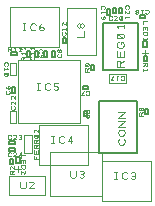
<source format=gbr>
G04 EasyPC Gerber Version 21.0.3 Build 4286 *
G04 #@! TF.Part,Single*
G04 #@! TF.FileFunction,Other,NM-CAM9V022I2C - Top Documentation *
G04 #@! TF.FilePolarity,Positive *
%FSLAX35Y35*%
%MOIN*%
%ADD129C,0.00197*%
%ADD130C,0.00200*%
%ADD106C,0.00300*%
%ADD132C,0.00315*%
%ADD131C,0.00400*%
%ADD24C,0.00500*%
X0Y0D02*
D02*
D24*
X9272Y13850D02*
X10272D01*
Y12050*
X9272*
Y13850*
X9972Y37750D02*
X10972D01*
Y35950*
X9972*
Y37750*
X10784Y17462D02*
Y16462D01*
X8984*
Y17462*
X10784*
Y19762D02*
Y18762D01*
X8984*
Y19762*
X10784*
X11484Y49362D02*
Y48362D01*
X9684*
Y49362*
X11484*
X12484Y12500D02*
X11184D01*
Y14500*
X12484*
Y12500*
X14772Y49750D02*
X15772D01*
Y47950*
X14772*
Y49750*
X17472D02*
X18472D01*
Y47950*
X17472*
Y49750*
X21496Y47950D02*
X20496D01*
Y49750*
X21496*
Y47950*
X23172Y49750D02*
X24172D01*
Y47950*
X23172*
Y49750*
X26772Y54150D02*
X27772D01*
Y52350*
X26772*
Y54150*
X33584Y37238D02*
Y38238D01*
X35384*
Y37238*
X33584*
X34996Y28150D02*
X33996D01*
Y29950*
X34996*
Y28150*
X36072Y45250D02*
X37072D01*
Y43450*
X36072*
Y45250*
X38966Y15944D02*
X51565D01*
Y33267*
X38966*
Y15944*
X42484Y61650D02*
X41484D01*
Y63650*
X42484*
Y61650*
X44596Y62350D02*
X43596D01*
Y64150*
X44596*
Y62350*
X46696D02*
X45696D01*
Y64150*
X46696*
Y62350*
X51987Y43573D02*
X40176D01*
Y59124*
X51987*
Y43573*
X52484Y60638D02*
Y61638D01*
X54284*
Y60638*
X52484*
X54072Y30550D02*
X55072D01*
Y28750*
X54072*
Y30550*
X54796Y46450D02*
X53796D01*
Y48250*
X54796*
Y46450*
X54884Y51200D02*
X53584D01*
Y53200*
X54884*
Y51200*
D02*
D106*
X11934Y9550D02*
Y11550D01*
X12934Y10550D02*
X10934D01*
X12584Y6263D02*
Y4575D01*
X12772Y4200*
X13147Y4013*
X13897*
X14272Y4200*
X14459Y4575*
Y6263*
X17084Y4013D02*
X15584D01*
X16897Y5325*
X17084Y5700*
X16897Y6075*
X16522Y6263*
X15959*
X15584Y6075*
X13547Y56713D02*
X14297D01*
X13922D02*
Y58963D01*
X13547D02*
X14297D01*
X17859Y57087D02*
X17672Y56900D01*
X17297Y56713*
X16734*
X16359Y56900*
X16172Y57087*
X15984Y57463*
Y58213*
X16172Y58587*
X16359Y58775*
X16734Y58963*
X17297*
X17672Y58775*
X17859Y58587*
X18984Y57275D02*
X19172Y57650D01*
X19547Y57837*
X19922*
X20297Y57650*
X20484Y57275*
X20297Y56900*
X19922Y56713*
X19547*
X19172Y56900*
X18984Y57275*
Y57837*
X19172Y58400*
X19547Y58775*
X19922Y58963*
X18347Y36813D02*
X19097D01*
X18722D02*
Y39063D01*
X18347D02*
X19097D01*
X22659Y37187D02*
X22472Y37000D01*
X22097Y36813*
X21534*
X21159Y37000*
X20972Y37187*
X20784Y37563*
Y38313*
X20972Y38687*
X21159Y38875*
X21534Y39063*
X22097*
X22472Y38875*
X22659Y38687*
X23784Y37000D02*
X24159Y36813D01*
X24722*
X25097Y37000*
X25284Y37375*
Y37563*
X25097Y37937*
X24722Y38125*
X23784*
Y39063*
X25284*
X23047Y19113D02*
X23797D01*
X23422D02*
Y21363D01*
X23047D02*
X23797D01*
X27359Y19487D02*
X27172Y19300D01*
X26797Y19113*
X26234*
X25859Y19300*
X25672Y19487*
X25484Y19863*
Y20613*
X25672Y20987*
X25859Y21175*
X26234Y21363*
X26797*
X27172Y21175*
X27359Y20987*
X29422Y19113D02*
Y21363D01*
X28484Y19863*
X29984*
X29284Y9863D02*
Y8175D01*
X29472Y7800*
X29847Y7613*
X30597*
X30972Y7800*
X31159Y8175*
Y9863*
X32472Y7800D02*
X32847Y7613D01*
X33222*
X33597Y7800*
X33784Y8175*
X33597Y8550*
X33222Y8737*
X32847*
X33222D02*
X33597Y8925D01*
X33784Y9300*
X33597Y9675*
X33222Y9863*
X32847*
X32472Y9675*
X31572Y54550D02*
X33822D01*
Y56425*
X32697Y58113D02*
Y58487D01*
X32509Y58863*
X32134Y59050*
X31759Y58863*
X31572Y58487*
Y58113*
X31759Y57737*
X32134Y57550*
X32509Y57737*
X32697Y58113*
X32884Y57737*
X33259Y57550*
X33634Y57737*
X33822Y58113*
Y58487*
X33634Y58863*
X33259Y59050*
X32884Y58863*
X32697Y58487*
X44047Y7113D02*
X44797D01*
X44422D02*
Y9363D01*
X44047D02*
X44797D01*
X48359Y7487D02*
X48172Y7300D01*
X47797Y7113*
X47234*
X46859Y7300*
X46672Y7487*
X46484Y7863*
Y8613*
X46672Y8987*
X46859Y9175*
X47234Y9363*
X47797*
X48172Y9175*
X48359Y8987*
X49672Y7300D02*
X50047Y7113D01*
X50422*
X50797Y7300*
X50984Y7675*
X50797Y8050*
X50422Y8237*
X50047*
X50422D02*
X50797Y8425D01*
X50984Y8800*
X50797Y9175*
X50422Y9363*
X50047*
X49672Y9175*
X47084Y20481D02*
X47271Y20293D01*
X47459Y19919*
Y19356*
X47271Y18981*
X47084Y18793*
X46709Y18606*
X45959*
X45584Y18793*
X45396Y18981*
X45209Y19356*
Y19919*
X45396Y20293*
X45584Y20481*
X46709Y21606D02*
X45959D01*
X45584Y21793*
X45396Y21981*
X45209Y22356*
Y22731*
X45396Y23106*
X45584Y23293*
X45959Y23481*
X46709*
X47084Y23293*
X47271Y23106*
X47459Y22731*
Y22356*
X47271Y21981*
X47084Y21793*
X46709Y21606*
X47459Y24606D02*
X45209D01*
X47459Y26481*
X45209*
X47459Y27606D02*
X45209D01*
X47459Y29481*
X45209*
X54334Y48250D02*
Y50250D01*
X55334Y49250D02*
X53334D01*
D02*
D129*
X9115Y64443D02*
X25454D01*
Y51057*
X9115*
Y64443*
X11851Y46683D02*
X32717D01*
Y25817*
X11851*
Y46683*
X18815Y25243D02*
X35154D01*
Y11857*
X18815*
Y25243*
X28063Y48574D02*
Y64126D01*
X37906*
Y48574*
X28063*
X39815Y13243D02*
X56154D01*
Y-143*
X39815*
Y13243*
D02*
D130*
X7447Y44925D02*
X7334Y45037D01*
X7222Y45263*
Y45600*
X7334Y45825*
X7447Y45937*
X7672Y46050*
X8122*
X8347Y45937*
X8459Y45825*
X8572Y45600*
Y45263*
X8459Y45037*
X8347Y44925*
X7222Y44025D02*
Y43575D01*
Y43800D02*
X8572D01*
X8347Y44025*
X7334Y42337D02*
X7222Y42113D01*
Y41887*
X7334Y41663*
X7559Y41550*
X8234*
X8459Y41663*
X8572Y41887*
Y42113*
X8459Y42337*
X8234Y42450*
X7559*
X7334Y42337*
X8459Y41663*
X8922Y36575D02*
X9034Y36463D01*
X9147Y36237*
Y35900*
X9034Y35675*
X8922Y35563*
X8697Y35450*
X8247*
X8022Y35563*
X7909Y35675*
X7797Y35900*
Y36237*
X7909Y36463*
X8022Y36575*
X8809Y37250D02*
X8584Y37363D01*
X8472Y37587*
Y37813*
X8584Y38037*
X8809Y38150*
X9034Y38037*
X9147Y37813*
Y37587*
X9034Y37363*
X8809Y37250*
X8472*
X8134Y37363*
X7909Y37587*
X7797Y37813*
X10547Y8650D02*
X9197D01*
Y9437*
X9309Y9663*
X9534Y9775*
X9759Y9663*
X9872Y9437*
Y8650*
Y9437D02*
X10547Y9775D01*
Y11350D02*
Y10450D01*
X9759Y11237*
X9534Y11350*
X9309Y11237*
X9197Y11013*
Y10675*
X9309Y10450*
X9609Y20713D02*
X9497Y20600D01*
X9272Y20487*
X8934*
X8709Y20600*
X8597Y20713*
X8484Y20937*
Y21387*
X8597Y21613*
X8709Y21725*
X8934Y21837*
X9272*
X9497Y21725*
X9609Y21613*
X11184Y20487D02*
X10284D01*
X11072Y21275*
X11184Y21500*
X11072Y21725*
X10847Y21837*
X10509*
X10284Y21725*
X12197Y20600D02*
X12422Y20487D01*
X12647*
X12872Y20600*
X12984Y20825*
X12872Y21050*
X12647Y21163*
X12422*
X12647D02*
X12872Y21275D01*
X12984Y21500*
X12872Y21725*
X12647Y21837*
X12422*
X12197Y21725*
X10622Y31375D02*
X10734Y31263D01*
X10847Y31037*
Y30700*
X10734Y30475*
X10622Y30363*
X10397Y30250*
X9947*
X9722Y30363*
X9609Y30475*
X9497Y30700*
Y31037*
X9609Y31263*
X9722Y31375*
X10847Y32950D02*
Y32050D01*
X10059Y32837*
X9834Y32950*
X9609Y32837*
X9497Y32613*
Y32275*
X9609Y32050*
X10847Y34750D02*
Y33850D01*
X10059Y34637*
X9834Y34750*
X9609Y34637*
X9497Y34413*
Y34075*
X9609Y33850*
X8484Y49687D02*
Y51037D01*
X9272*
X9497Y50925*
X9609Y50700*
X9497Y50475*
X9272Y50363*
X8484*
X9272D02*
X9609Y49687D01*
X10509D02*
X10959D01*
X10734D02*
Y51037D01*
X10509Y50813*
X12309Y49687D02*
X12759D01*
X12534D02*
Y51037D01*
X12309Y50813*
X9709Y14913D02*
X9597Y14800D01*
X9372Y14687*
X9034*
X8809Y14800*
X8697Y14913*
X8584Y15137*
Y15587*
X8697Y15813*
X8809Y15925*
X9034Y16037*
X9372*
X9597Y15925*
X9709Y15813*
X11284Y14687D02*
X10384D01*
X11172Y15475*
X11284Y15700*
X11172Y15925*
X10947Y16037*
X10609*
X10384Y15925*
X12747Y14687D02*
Y16037D01*
X12184Y15137*
X13084*
X14372Y15250D02*
X13022D01*
Y14125*
Y13450D02*
X14372D01*
Y12325*
X13697Y12550D02*
Y13450D01*
X13022D02*
Y12325D01*
Y11650D02*
X14372D01*
Y10975*
X14259Y10750*
X14147Y10637*
X13922Y10525*
X13472*
X13247Y10637*
X13134Y10750*
X13022Y10975*
Y11650*
Y8950D02*
Y9850D01*
X13809Y9063*
X14034Y8950*
X14259Y9063*
X14372Y9287*
Y9625*
X14259Y9850*
X14347Y46750D02*
X12997D01*
Y47537*
X13109Y47763*
X13334Y47875*
X13559Y47763*
X13672Y47537*
Y46750*
Y47537D02*
X14347Y47875D01*
Y48775D02*
Y49225D01*
Y49000D02*
X12997D01*
X13222Y48775*
X14347Y51250D02*
Y50350D01*
X13559Y51137*
X13334Y51250*
X13109Y51137*
X12997Y50913*
Y50575*
X13109Y50350*
X17122Y47875D02*
X17234Y47763D01*
X17347Y47537*
Y47200*
X17234Y46975*
X17122Y46863*
X16897Y46750*
X16447*
X16222Y46863*
X16109Y46975*
X15997Y47200*
Y47537*
X16109Y47763*
X16222Y47875*
X17347Y48775D02*
Y49225D01*
Y49000D02*
X15997D01*
X16222Y48775*
X17347Y50575D02*
Y51025D01*
Y50800D02*
X15997D01*
X16222Y50575*
X18947Y49225D02*
X18834Y49337D01*
X18722Y49563*
Y49900*
X18834Y50125*
X18947Y50237*
X19172Y50350*
X19622*
X19847Y50237*
X19959Y50125*
X20072Y49900*
Y49563*
X19959Y49337*
X19847Y49225*
X18722Y48213D02*
X18834Y47987D01*
X19059Y47763*
X19397Y47650*
X19734*
X19959Y47763*
X20072Y47987*
Y48213*
X19959Y48437*
X19734Y48550*
X19509Y48437*
X19397Y48213*
Y47987*
X19509Y47763*
X19734Y47650*
X18547Y13700D02*
X17197D01*
Y14825*
X17872Y14600D02*
Y13700D01*
X18547Y15500D02*
X17197D01*
Y16625*
X17872Y16400D02*
Y15500D01*
X18547D02*
Y16625D01*
Y17300D02*
X17197D01*
Y18087*
X17309Y18313*
X17534Y18425*
X17759Y18313*
X17872Y18087*
Y17300*
Y18087D02*
X18547Y18425D01*
Y19100D02*
X17197D01*
Y19887*
X17309Y20113*
X17534Y20225*
X17759Y20113*
X17872Y19887*
Y19100*
Y19887D02*
X18547Y20225D01*
X18434Y21013D02*
X18547Y21237D01*
Y21463*
X18434Y21687*
X18209Y21800*
X17534*
X17309Y21687*
X17197Y21463*
Y21237*
X17309Y21013*
X17534Y20900*
X18209*
X18434Y21013*
X17309Y21687*
X18547Y23600D02*
Y22700D01*
X17759Y23487*
X17534Y23600*
X17309Y23487*
X17197Y23263*
Y22925*
X17309Y22700*
X26122Y48775D02*
X26234Y48663D01*
X26347Y48437*
Y48100*
X26234Y47875*
X26122Y47763*
X25897Y47650*
X25447*
X25222Y47763*
X25109Y47875*
X24997Y48100*
Y48437*
X25109Y48663*
X25222Y48775*
X25672Y49787D02*
Y50013D01*
X25559Y50237*
X25334Y50350*
X25109Y50237*
X24997Y50013*
Y49787*
X25109Y49563*
X25334Y49450*
X25559Y49563*
X25672Y49787*
X25784Y49563*
X26009Y49450*
X26234Y49563*
X26347Y49787*
Y50013*
X26234Y50237*
X26009Y50350*
X25784Y50237*
X25672Y50013*
X27522Y55975D02*
X27634Y55863D01*
X27747Y55637*
Y55300*
X27634Y55075*
X27522Y54963*
X27297Y54850*
X26847*
X26622Y54963*
X26509Y55075*
X26397Y55300*
Y55637*
X26509Y55863*
X26622Y55975*
X27747Y56875D02*
Y57325D01*
Y57100D02*
X26397D01*
X26622Y56875*
X27747Y59350D02*
Y58450D01*
X26959Y59237*
X26734Y59350*
X26509Y59237*
X26397Y59013*
Y58675*
X26509Y58450*
X34559Y36287D02*
X34672Y36400D01*
X34897Y36513*
X35234*
X35459Y36400*
X35572Y36287*
X35684Y36063*
Y35613*
X35572Y35387*
X35459Y35275*
X35234Y35163*
X34897*
X34672Y35275*
X34559Y35387*
X33884Y36513D02*
X32984Y35163D01*
X33884*
X34333Y30250D02*
X35683D01*
Y29463*
X35571Y29237*
X35346Y29125*
X35121Y29237*
X35009Y29463*
Y30250*
Y29463D02*
X34333Y29125D01*
Y28113D02*
X34446Y27887D01*
X34671Y27663*
X35009Y27550*
X35346*
X35571Y27663*
X35683Y27887*
Y28113*
X35571Y28337*
X35346Y28450*
X35121Y28337*
X35009Y28113*
Y27887*
X35121Y27663*
X35346Y27550*
X35447Y42950D02*
X34097D01*
Y43737*
X34209Y43963*
X34434Y44075*
X34659Y43963*
X34772Y43737*
Y42950*
Y43737D02*
X35447Y44075D01*
X35334Y44863D02*
X35447Y45087D01*
Y45313*
X35334Y45537*
X35109Y45650*
X34434*
X34209Y45537*
X34097Y45313*
Y45087*
X34209Y44863*
X34434Y44750*
X35109*
X35334Y44863*
X34209Y45537*
X39647Y63825D02*
X39534Y63937D01*
X39422Y64163*
Y64500*
X39534Y64725*
X39647Y64837*
X39872Y64950*
X40322*
X40547Y64837*
X40659Y64725*
X40772Y64500*
Y64163*
X40659Y63937*
X40547Y63825*
X39422Y62925D02*
Y62475D01*
Y62700D02*
X40772D01*
X40547Y62925*
X39422Y61013D02*
X39534Y60787D01*
X39759Y60563*
X40097Y60450*
X40434*
X40659Y60563*
X40772Y60787*
Y61013*
X40659Y61237*
X40434Y61350*
X40209Y61237*
X40097Y61013*
Y60787*
X40209Y60563*
X40434Y60450*
X46159Y41287D02*
X46272Y41400D01*
X46497Y41513*
X46834*
X47059Y41400*
X47172Y41287*
X47284Y41063*
Y40613*
X47172Y40387*
X47059Y40275*
X46834Y40163*
X46497*
X46272Y40275*
X46159Y40387*
X45259Y41513D02*
X44809D01*
X45034D02*
Y40163D01*
X45259Y40387*
X43684Y41513D02*
X42784Y40163D01*
X43684*
X43209Y60313D02*
X43097Y60200D01*
X42872Y60087*
X42534*
X42309Y60200*
X42197Y60313*
X42084Y60537*
Y60987*
X42197Y61213*
X42309Y61325*
X42534Y61437*
X42872*
X43097Y61325*
X43209Y61213*
X44784Y60087D02*
X43884D01*
X44672Y60875*
X44784Y61100*
X44672Y61325*
X44447Y61437*
X44109*
X43884Y61325*
X45797Y60200D02*
X46022Y60087D01*
X46247*
X46472Y60200*
X46584Y60425*
Y61100*
X46472Y61325*
X46247Y61437*
X46022*
X45797Y61325*
X45684Y61100*
Y60425*
X45797Y60200*
X46472Y61325*
X47747Y63925D02*
X47634Y64037D01*
X47522Y64263*
Y64600*
X47634Y64825*
X47747Y64937*
X47972Y65050*
X48422*
X48647Y64937*
X48759Y64825*
X48872Y64600*
Y64263*
X48759Y64037*
X48647Y63925*
X47522Y62350D02*
Y63250D01*
X48309Y62463*
X48534Y62350*
X48759Y62463*
X48872Y62687*
Y63025*
X48759Y63250*
X47522Y61225D02*
Y60775D01*
Y61000D02*
X48872D01*
X48647Y61225*
X54359Y63387D02*
X54472Y63500D01*
X54697Y63613*
X55034*
X55259Y63500*
X55372Y63387*
X55484Y63163*
Y62713*
X55372Y62487*
X55259Y62375*
X55034Y62263*
X54697*
X54472Y62375*
X54359Y62487*
X53459Y63613D02*
X53009D01*
X53234D02*
Y62263D01*
X53459Y62487*
X51547Y62937D02*
X51322D01*
X51097Y62825*
X50984Y62600*
X51097Y62375*
X51322Y62263*
X51547*
X51772Y62375*
X51884Y62600*
X51772Y62825*
X51547Y62937*
X51772Y63050*
X51884Y63275*
X51772Y63500*
X51547Y63613*
X51322*
X51097Y63500*
X50984Y63275*
X51097Y63050*
X51322Y62937*
X53622Y45750D02*
X54972D01*
Y44963*
X54859Y44737*
X54634Y44625*
X54409Y44737*
X54297Y44963*
Y45750*
Y44963D02*
X53622Y44625D01*
Y43725D02*
Y43275D01*
Y43500D02*
X54972D01*
X54747Y43725*
X54972Y59750D02*
X53622D01*
Y58625*
Y57950D02*
X54972D01*
Y56825*
X54297Y57050D02*
Y57950D01*
X53622D02*
Y56825D01*
Y56150D02*
X54972D01*
Y55475*
X54859Y55250*
X54747Y55137*
X54522Y55025*
X54072*
X53847Y55137*
X53734Y55250*
X53622Y55475*
Y56150*
Y54125D02*
Y53675D01*
Y53900D02*
X54972D01*
X54747Y54125*
X53547Y28250D02*
X52197D01*
Y29037*
X52309Y29263*
X52534Y29375*
X52759Y29263*
X52872Y29037*
Y28250*
Y29037D02*
X53547Y29375D01*
X52872Y30387D02*
Y30613D01*
X52759Y30837*
X52534Y30950*
X52309Y30837*
X52197Y30613*
Y30387*
X52309Y30163*
X52534Y30050*
X52759Y30163*
X52872Y30387*
X52984Y30163*
X53209Y30050*
X53434Y30163*
X53547Y30387*
Y30613*
X53434Y30837*
X53209Y30950*
X52984Y30837*
X52872Y30613*
D02*
D131*
X8895Y1880D02*
X20876D01*
Y7995*
X8895*
Y1880*
X9219Y25778D02*
X11173D01*
Y29814*
X9219*
Y25778*
X11149Y45822D02*
X9196D01*
Y41786*
X11149*
Y45822*
X13784Y15825D02*
X16655D01*
Y21768*
X13784*
Y15825*
X39796Y16117D02*
X22573D01*
Y1390*
X39796*
Y16117*
X48009Y39250D02*
Y42120D01*
X42067*
Y39250*
X48009*
D02*
D132*
X47194Y44576D02*
X44831D01*
Y45954*
X45028Y46348*
X45422Y46544*
X45816Y46348*
X46013Y45954*
Y44576*
Y45954D02*
X47194Y46544D01*
Y47726D02*
X44831D01*
Y49694*
X46013Y49300D02*
Y47726D01*
X47194D02*
Y49694D01*
X46209Y52253D02*
Y52844D01*
X46406*
X46800Y52647*
X46997Y52450*
X47194Y52056*
Y51663*
X46997Y51269*
X46800Y51072*
X46406Y50875*
X45619*
X45225Y51072*
X45028Y51269*
X44831Y51663*
Y52056*
X45028Y52450*
X45225Y52647*
X45619Y52844*
X46997Y54222D02*
X47194Y54615D01*
Y55009*
X46997Y55403*
X46603Y55600*
X45422*
X45028Y55403*
X44831Y55009*
Y54615*
X45028Y54222*
X45422Y54025*
X46603*
X46997Y54222*
X45028Y55403*
X47194Y57568D02*
Y58356D01*
Y57962D02*
X44831D01*
X45225Y57568*
X0Y0D02*
M02*

</source>
